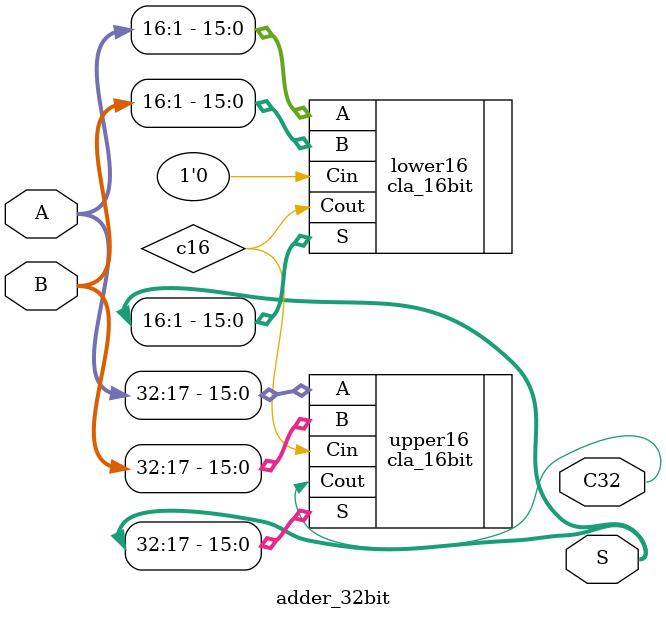
<source format=v>
module adder_32bit(A, B, S, C32);
    input  [32:1] A;
    input  [32:1] B;
    output [32:1] S;
    output        C32;

    wire c16;  // Carry-out from lower 16-bit block becomes carry-in to upper 16-bit block

    // Lower 16-bit adder: bits 1 to 16.
    cla_16bit lower16 (
        .A(A[16:1]),
        .B(B[16:1]),
        .Cin(1'b0),  // Assuming no external carry in for the full adder
        .S(S[16:1]),
        .Cout(c16)
    );
    
    // Upper 16-bit adder: bits 17 to 32.
    cla_16bit upper16 (
        .A(A[32:17]),
        .B(B[32:17]),
        .Cin(c16),
        .S(S[32:17]),
        .Cout(C32)
    );
endmodule
</source>
